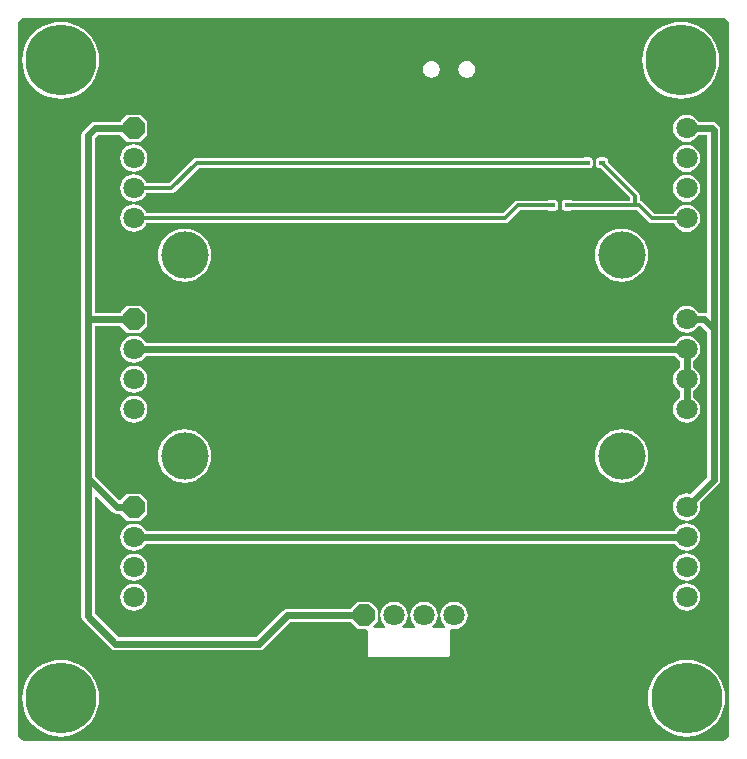
<source format=gbl>
G04 Layer_Physical_Order=2*
G04 Layer_Color=16711680*
%FSLAX44Y44*%
%MOMM*%
G71*
G01*
G75*
%ADD14C,0.6000*%
%ADD16P,1.9483X8X292.5*%
%ADD17C,1.8000*%
%ADD18P,1.9483X8X22.5*%
%ADD19C,4.0000*%
%ADD20C,6.0000*%
%ADD21R,0.5000X0.4000*%
%ADD22C,0.3000*%
G36*
X602381Y625749D02*
X604400Y624400D01*
X605749Y622381D01*
X606189Y620167D01*
X606156Y620000D01*
Y20000D01*
X606189Y19833D01*
X605749Y17619D01*
X604400Y15600D01*
X602381Y14251D01*
X601209Y14018D01*
X600000Y13844D01*
X600000Y13844D01*
X598756Y13844D01*
X10000D01*
X9833Y13811D01*
X7619Y14251D01*
X5600Y15600D01*
X4251Y17619D01*
X4016Y18801D01*
X3844Y20000D01*
X3844D01*
Y620000D01*
X3811Y620167D01*
X4251Y622381D01*
X5600Y624400D01*
X7619Y625749D01*
X9833Y626189D01*
X10000Y626156D01*
X600000D01*
X600167Y626189D01*
X602381Y625749D01*
D02*
G37*
%LPC*%
G36*
X102000Y306249D02*
X98998Y305854D01*
X96200Y304695D01*
X93798Y302852D01*
X91955Y300450D01*
X90796Y297652D01*
X90401Y294650D01*
X90796Y291648D01*
X91955Y288850D01*
X93798Y286448D01*
X96200Y284605D01*
X98998Y283446D01*
X102000Y283051D01*
X105002Y283446D01*
X107800Y284605D01*
X110202Y286448D01*
X112045Y288850D01*
X113204Y291648D01*
X113599Y294650D01*
X113204Y297652D01*
X112045Y300450D01*
X110202Y302852D01*
X107800Y304695D01*
X105002Y305854D01*
X102000Y306249D01*
D02*
G37*
G36*
X515000Y277609D02*
X510589Y277174D01*
X506348Y275888D01*
X502439Y273799D01*
X499013Y270987D01*
X496201Y267561D01*
X494112Y263652D01*
X492826Y259411D01*
X492391Y255000D01*
X492826Y250589D01*
X494112Y246348D01*
X496201Y242439D01*
X499013Y239013D01*
X502439Y236201D01*
X506348Y234112D01*
X510589Y232826D01*
X515000Y232391D01*
X519411Y232826D01*
X523652Y234112D01*
X527561Y236201D01*
X530987Y239013D01*
X533799Y242439D01*
X535888Y246348D01*
X537174Y250589D01*
X537609Y255000D01*
X537174Y259411D01*
X535888Y263652D01*
X533799Y267561D01*
X530987Y270987D01*
X527561Y273799D01*
X523652Y275888D01*
X519411Y277174D01*
X515000Y277609D01*
D02*
G37*
G36*
X145000D02*
X140589Y277174D01*
X136348Y275888D01*
X132439Y273799D01*
X129013Y270987D01*
X126201Y267561D01*
X124112Y263652D01*
X122826Y259411D01*
X122391Y255000D01*
X122826Y250589D01*
X124112Y246348D01*
X126201Y242439D01*
X129013Y239013D01*
X132439Y236201D01*
X136348Y234112D01*
X140589Y232826D01*
X145000Y232391D01*
X149411Y232826D01*
X153652Y234112D01*
X157561Y236201D01*
X160987Y239013D01*
X163799Y242439D01*
X165888Y246348D01*
X167174Y250589D01*
X167609Y255000D01*
X167174Y259411D01*
X165888Y263652D01*
X163799Y267561D01*
X160987Y270987D01*
X157561Y273799D01*
X153652Y275888D01*
X149411Y277174D01*
X145000Y277609D01*
D02*
G37*
G36*
X570000Y544049D02*
X566998Y543654D01*
X564200Y542495D01*
X561798Y540652D01*
X559955Y538250D01*
X558796Y535452D01*
X558401Y532450D01*
X558796Y529448D01*
X559955Y526650D01*
X561798Y524248D01*
X564200Y522405D01*
X566998Y521246D01*
X570000Y520851D01*
X573002Y521246D01*
X575800Y522405D01*
X578202Y524248D01*
X580045Y526650D01*
X580125Y526842D01*
X587392D01*
Y377211D01*
X586122Y376215D01*
X584900Y376458D01*
X580125D01*
X580045Y376650D01*
X578202Y379052D01*
X575800Y380895D01*
X573002Y382054D01*
X570000Y382449D01*
X566998Y382054D01*
X564200Y380895D01*
X561798Y379052D01*
X559955Y376650D01*
X558796Y373852D01*
X558401Y370850D01*
X558796Y367848D01*
X559955Y365050D01*
X561798Y362648D01*
X564200Y360805D01*
X566998Y359646D01*
X570000Y359251D01*
X573002Y359646D01*
X575800Y360805D01*
X578202Y362648D01*
X580045Y365050D01*
X580125Y365242D01*
X582577D01*
X587392Y360427D01*
Y237223D01*
X573194Y223025D01*
X573002Y223104D01*
X570000Y223499D01*
X566998Y223104D01*
X564200Y221945D01*
X561798Y220102D01*
X559955Y217700D01*
X558796Y214902D01*
X558401Y211900D01*
X558796Y208898D01*
X559955Y206100D01*
X561798Y203698D01*
X564200Y201855D01*
X566998Y200696D01*
X570000Y200301D01*
X573002Y200696D01*
X575800Y201855D01*
X578202Y203698D01*
X580045Y206100D01*
X581204Y208898D01*
X581599Y211900D01*
X581204Y214902D01*
X581124Y215094D01*
X596965Y230935D01*
X598181Y232754D01*
X598608Y234900D01*
Y362750D01*
Y531250D01*
X598181Y533396D01*
X596965Y535215D01*
X595765Y536415D01*
X593946Y537631D01*
X591800Y538058D01*
X580125D01*
X580045Y538250D01*
X578202Y540652D01*
X575800Y542495D01*
X573002Y543654D01*
X570000Y544049D01*
D02*
G37*
G36*
Y357049D02*
X566998Y356654D01*
X564200Y355495D01*
X561798Y353652D01*
X559955Y351250D01*
X559875Y351058D01*
X112125D01*
X112045Y351250D01*
X110202Y353652D01*
X107800Y355495D01*
X105002Y356654D01*
X102000Y357049D01*
X98998Y356654D01*
X96200Y355495D01*
X93798Y353652D01*
X91955Y351250D01*
X90796Y348452D01*
X90401Y345450D01*
X90796Y342448D01*
X91955Y339650D01*
X93798Y337248D01*
X96200Y335405D01*
X98998Y334246D01*
X102000Y333851D01*
X105002Y334246D01*
X107800Y335405D01*
X110202Y337248D01*
X112045Y339650D01*
X112125Y339842D01*
X559875D01*
X559955Y339650D01*
X561798Y337248D01*
X564200Y335405D01*
X564392Y335325D01*
Y330175D01*
X564200Y330095D01*
X561798Y328252D01*
X559955Y325850D01*
X558796Y323052D01*
X558401Y320050D01*
X558796Y317048D01*
X559955Y314250D01*
X561798Y311848D01*
X564200Y310005D01*
X564392Y309925D01*
Y304775D01*
X564200Y304695D01*
X561798Y302852D01*
X559955Y300450D01*
X558796Y297652D01*
X558401Y294650D01*
X558796Y291648D01*
X559955Y288850D01*
X561798Y286448D01*
X564200Y284605D01*
X566998Y283446D01*
X570000Y283051D01*
X573002Y283446D01*
X575800Y284605D01*
X578202Y286448D01*
X580045Y288850D01*
X581204Y291648D01*
X581599Y294650D01*
X581204Y297652D01*
X580045Y300450D01*
X578202Y302852D01*
X575800Y304695D01*
X575608Y304775D01*
Y309925D01*
X575800Y310005D01*
X578202Y311848D01*
X580045Y314250D01*
X581204Y317048D01*
X581599Y320050D01*
X581204Y323052D01*
X580045Y325850D01*
X578202Y328252D01*
X575800Y330095D01*
X575608Y330175D01*
Y335325D01*
X575800Y335405D01*
X578202Y337248D01*
X580045Y339650D01*
X581204Y342448D01*
X581599Y345450D01*
X581204Y348452D01*
X580045Y351250D01*
X578202Y353652D01*
X575800Y355495D01*
X573002Y356654D01*
X570000Y357049D01*
D02*
G37*
G36*
X102000Y331649D02*
X98998Y331254D01*
X96200Y330095D01*
X93798Y328252D01*
X91955Y325850D01*
X90796Y323052D01*
X90401Y320050D01*
X90796Y317048D01*
X91955Y314250D01*
X93798Y311848D01*
X96200Y310005D01*
X98998Y308846D01*
X102000Y308451D01*
X105002Y308846D01*
X107800Y310005D01*
X110202Y311848D01*
X112045Y314250D01*
X113204Y317048D01*
X113599Y320050D01*
X113204Y323052D01*
X112045Y325850D01*
X110202Y328252D01*
X107800Y330095D01*
X105002Y331254D01*
X102000Y331649D01*
D02*
G37*
G36*
X570000Y198099D02*
X566998Y197704D01*
X564200Y196545D01*
X561798Y194702D01*
X559955Y192300D01*
X559772Y191858D01*
X112125D01*
X112045Y192050D01*
X110202Y194452D01*
X107800Y196295D01*
X105002Y197454D01*
X102000Y197849D01*
X98998Y197454D01*
X96200Y196295D01*
X93798Y194452D01*
X91955Y192050D01*
X90796Y189252D01*
X90401Y186250D01*
X90796Y183248D01*
X91955Y180450D01*
X93798Y178048D01*
X96200Y176205D01*
X98998Y175046D01*
X102000Y174651D01*
X105002Y175046D01*
X107800Y176205D01*
X110202Y178048D01*
X112045Y180450D01*
X112125Y180642D01*
X559999D01*
X561798Y178298D01*
X564200Y176455D01*
X566998Y175296D01*
X570000Y174901D01*
X573002Y175296D01*
X575800Y176455D01*
X578202Y178298D01*
X580045Y180700D01*
X581204Y183498D01*
X581599Y186500D01*
X581204Y189502D01*
X580045Y192300D01*
X578202Y194702D01*
X575800Y196545D01*
X573002Y197704D01*
X570000Y198099D01*
D02*
G37*
G36*
X102000Y147049D02*
X98998Y146654D01*
X96200Y145495D01*
X93798Y143652D01*
X91955Y141250D01*
X90796Y138452D01*
X90401Y135450D01*
X90796Y132448D01*
X91955Y129650D01*
X93798Y127248D01*
X96200Y125405D01*
X98998Y124246D01*
X102000Y123851D01*
X105002Y124246D01*
X107800Y125405D01*
X110202Y127248D01*
X112045Y129650D01*
X113204Y132448D01*
X113599Y135450D01*
X113204Y138452D01*
X112045Y141250D01*
X110202Y143652D01*
X107800Y145495D01*
X105002Y146654D01*
X102000Y147049D01*
D02*
G37*
G36*
X570000Y82600D02*
X564900Y82199D01*
X559926Y81005D01*
X555200Y79047D01*
X550838Y76374D01*
X546948Y73052D01*
X543626Y69162D01*
X540953Y64800D01*
X538995Y60074D01*
X537801Y55100D01*
X537399Y50000D01*
X537801Y44900D01*
X538995Y39926D01*
X540953Y35200D01*
X543626Y30838D01*
X546948Y26948D01*
X550838Y23626D01*
X555200Y20953D01*
X559926Y18995D01*
X564900Y17801D01*
X570000Y17399D01*
X575100Y17801D01*
X580074Y18995D01*
X584800Y20953D01*
X589162Y23626D01*
X593052Y26948D01*
X596374Y30838D01*
X599047Y35200D01*
X601005Y39926D01*
X602199Y44900D01*
X602601Y50000D01*
X602199Y55100D01*
X601005Y60074D01*
X599047Y64800D01*
X596374Y69162D01*
X593052Y73052D01*
X589162Y76374D01*
X584800Y79047D01*
X580074Y81005D01*
X575100Y82199D01*
X570000Y82600D01*
D02*
G37*
G36*
X40000D02*
X34900Y82199D01*
X29926Y81005D01*
X25200Y79047D01*
X20838Y76374D01*
X16948Y73052D01*
X13626Y69162D01*
X10953Y64800D01*
X8995Y60074D01*
X7801Y55100D01*
X7400Y50000D01*
X7801Y44900D01*
X8995Y39926D01*
X10953Y35200D01*
X13626Y30838D01*
X16948Y26948D01*
X20838Y23626D01*
X25200Y20953D01*
X29926Y18995D01*
X34900Y17801D01*
X40000Y17399D01*
X45100Y17801D01*
X50074Y18995D01*
X54800Y20953D01*
X59162Y23626D01*
X63052Y26948D01*
X66374Y30838D01*
X69047Y35200D01*
X71005Y39926D01*
X72199Y44900D01*
X72600Y50000D01*
X72199Y55100D01*
X71005Y60074D01*
X69047Y64800D01*
X66374Y69162D01*
X63052Y73052D01*
X59162Y76374D01*
X54800Y79047D01*
X50074Y81005D01*
X45100Y82199D01*
X40000Y82600D01*
D02*
G37*
G36*
X570000Y172699D02*
X566998Y172304D01*
X564200Y171145D01*
X561798Y169302D01*
X559955Y166900D01*
X558796Y164102D01*
X558401Y161100D01*
X558796Y158098D01*
X559955Y155300D01*
X561798Y152898D01*
X564200Y151055D01*
X566998Y149896D01*
X570000Y149501D01*
X573002Y149896D01*
X575800Y151055D01*
X578202Y152898D01*
X580045Y155300D01*
X581204Y158098D01*
X581599Y161100D01*
X581204Y164102D01*
X580045Y166900D01*
X578202Y169302D01*
X575800Y171145D01*
X573002Y172304D01*
X570000Y172699D01*
D02*
G37*
G36*
X102000Y172449D02*
X98998Y172054D01*
X96200Y170895D01*
X93798Y169052D01*
X91955Y166650D01*
X90796Y163852D01*
X90401Y160850D01*
X90796Y157848D01*
X91955Y155050D01*
X93798Y152648D01*
X96200Y150805D01*
X98998Y149646D01*
X102000Y149251D01*
X105002Y149646D01*
X107800Y150805D01*
X110202Y152648D01*
X112045Y155050D01*
X113204Y157848D01*
X113599Y160850D01*
X113204Y163852D01*
X112045Y166650D01*
X110202Y169052D01*
X107800Y170895D01*
X105002Y172054D01*
X102000Y172449D01*
D02*
G37*
G36*
X570000Y147299D02*
X566998Y146904D01*
X564200Y145745D01*
X561798Y143902D01*
X559955Y141500D01*
X558796Y138702D01*
X558401Y135700D01*
X558796Y132698D01*
X559955Y129900D01*
X561798Y127498D01*
X564200Y125655D01*
X566998Y124496D01*
X570000Y124101D01*
X573002Y124496D01*
X575800Y125655D01*
X578202Y127498D01*
X580045Y129900D01*
X581204Y132698D01*
X581599Y135700D01*
X581204Y138702D01*
X580045Y141500D01*
X578202Y143902D01*
X575800Y145745D01*
X573002Y146904D01*
X570000Y147299D01*
D02*
G37*
G36*
X40000Y622601D02*
X34900Y622199D01*
X29926Y621005D01*
X25200Y619047D01*
X20838Y616374D01*
X16948Y613052D01*
X13626Y609162D01*
X10953Y604800D01*
X8995Y600074D01*
X7801Y595100D01*
X7400Y590000D01*
X7801Y584900D01*
X8995Y579926D01*
X10953Y575200D01*
X13626Y570838D01*
X16948Y566948D01*
X20838Y563626D01*
X25200Y560953D01*
X29926Y558995D01*
X34900Y557801D01*
X40000Y557399D01*
X45100Y557801D01*
X50074Y558995D01*
X54800Y560953D01*
X59162Y563626D01*
X63052Y566948D01*
X66374Y570838D01*
X69047Y575200D01*
X71005Y579926D01*
X72199Y584900D01*
X72600Y590000D01*
X72199Y595100D01*
X71005Y600074D01*
X69047Y604800D01*
X66374Y609162D01*
X63052Y613052D01*
X59162Y616374D01*
X54800Y619047D01*
X50074Y621005D01*
X45100Y622199D01*
X40000Y622601D01*
D02*
G37*
G36*
X106500Y544149D02*
X97500D01*
X96525Y543955D01*
X95698Y543402D01*
X91198Y538902D01*
X90733Y538208D01*
X69350D01*
X67204Y537781D01*
X65385Y536565D01*
X59285Y530465D01*
X58069Y528646D01*
X57642Y526500D01*
Y371750D01*
Y236000D01*
Y119500D01*
X58069Y117354D01*
X59285Y115535D01*
X82535Y92285D01*
X84354Y91069D01*
X86500Y90642D01*
X208150D01*
X210296Y91069D01*
X212115Y92285D01*
X234223Y114392D01*
X285634D01*
X286098Y113698D01*
X290598Y109198D01*
X291425Y108645D01*
X292400Y108451D01*
X298918D01*
X299951Y107200D01*
Y87200D01*
X300145Y86225D01*
X300698Y85398D01*
X301525Y84845D01*
X302500Y84651D01*
X367500D01*
X368475Y84845D01*
X369302Y85398D01*
X369855Y86225D01*
X370049Y87200D01*
Y107200D01*
X369983Y107530D01*
X370904Y108662D01*
X370950Y108684D01*
X373100Y108401D01*
X376102Y108796D01*
X378900Y109955D01*
X381302Y111798D01*
X383145Y114200D01*
X384304Y116998D01*
X384699Y120000D01*
X384304Y123002D01*
X383145Y125800D01*
X381302Y128202D01*
X378900Y130045D01*
X376102Y131204D01*
X373100Y131599D01*
X370098Y131204D01*
X367300Y130045D01*
X364898Y128202D01*
X363055Y125800D01*
X361896Y123002D01*
X361501Y120000D01*
X361896Y116998D01*
X363055Y114200D01*
X364898Y111798D01*
X365914Y111019D01*
X365482Y109749D01*
X355318D01*
X354887Y111019D01*
X355902Y111798D01*
X357745Y114200D01*
X358904Y116998D01*
X359299Y120000D01*
X358904Y123002D01*
X357745Y125800D01*
X355902Y128202D01*
X353500Y130045D01*
X350702Y131204D01*
X347700Y131599D01*
X344698Y131204D01*
X341900Y130045D01*
X339498Y128202D01*
X337655Y125800D01*
X336496Y123002D01*
X336101Y120000D01*
X336496Y116998D01*
X337655Y114200D01*
X339498Y111798D01*
X340513Y111019D01*
X340082Y109749D01*
X329918D01*
X329487Y111019D01*
X330502Y111798D01*
X332345Y114200D01*
X333504Y116998D01*
X333899Y120000D01*
X333504Y123002D01*
X332345Y125800D01*
X330502Y128202D01*
X328100Y130045D01*
X325302Y131204D01*
X322300Y131599D01*
X319298Y131204D01*
X316500Y130045D01*
X314098Y128202D01*
X312255Y125800D01*
X311096Y123002D01*
X310701Y120000D01*
X311096Y116998D01*
X312255Y114200D01*
X314098Y111798D01*
X315114Y111019D01*
X314682Y109749D01*
X305413D01*
X304927Y110922D01*
X307702Y113698D01*
X308255Y114525D01*
X308449Y115500D01*
Y124500D01*
X308255Y125476D01*
X307702Y126302D01*
X303202Y130802D01*
X302375Y131355D01*
X301400Y131549D01*
X292400D01*
X291425Y131355D01*
X290598Y130802D01*
X286098Y126302D01*
X285634Y125608D01*
X231900D01*
X229754Y125181D01*
X227935Y123965D01*
X205827Y101858D01*
X88823D01*
X68858Y121823D01*
Y220802D01*
X70031Y221288D01*
X83635Y207685D01*
X85454Y206469D01*
X87600Y206042D01*
X90733D01*
X91198Y205348D01*
X95698Y200848D01*
X96524Y200295D01*
X97500Y200101D01*
X106500D01*
X107476Y200295D01*
X108302Y200848D01*
X112802Y205348D01*
X113355Y206175D01*
X113549Y207150D01*
Y216150D01*
X113355Y217125D01*
X112802Y217952D01*
X108302Y222452D01*
X107476Y223005D01*
X106500Y223199D01*
X97500D01*
X96524Y223005D01*
X95698Y222452D01*
X91198Y217952D01*
X91017Y217682D01*
X89601Y217579D01*
X68858Y238323D01*
Y365242D01*
X90733D01*
X91198Y364548D01*
X95698Y360048D01*
X96524Y359495D01*
X97500Y359301D01*
X106500D01*
X107476Y359495D01*
X108302Y360048D01*
X112802Y364548D01*
X113355Y365375D01*
X113549Y366350D01*
Y375350D01*
X113355Y376325D01*
X112802Y377152D01*
X108302Y381652D01*
X107476Y382205D01*
X106500Y382399D01*
X97500D01*
X96524Y382205D01*
X95698Y381652D01*
X91198Y377152D01*
X90733Y376458D01*
X68858D01*
Y524177D01*
X71673Y526992D01*
X90733D01*
X91198Y526298D01*
X95698Y521798D01*
X96525Y521245D01*
X97500Y521051D01*
X106500D01*
X107476Y521245D01*
X108302Y521798D01*
X112802Y526298D01*
X113355Y527124D01*
X113549Y528100D01*
Y537100D01*
X113355Y538075D01*
X112802Y538902D01*
X108302Y543402D01*
X107476Y543955D01*
X107314Y543987D01*
X106500Y544149D01*
D02*
G37*
G36*
X488000Y507799D02*
X483000D01*
X482025Y507605D01*
X481611Y507328D01*
X155250D01*
X153689Y507018D01*
X152366Y506134D01*
X152366Y506134D01*
X132111Y485878D01*
X112758D01*
X112045Y487600D01*
X110202Y490002D01*
X107800Y491845D01*
X105002Y493004D01*
X102000Y493399D01*
X98998Y493004D01*
X96200Y491845D01*
X93798Y490002D01*
X91955Y487600D01*
X90796Y484802D01*
X90401Y481800D01*
X90796Y478798D01*
X91955Y476000D01*
X93798Y473598D01*
X96200Y471755D01*
X98998Y470596D01*
X102000Y470201D01*
X105002Y470596D01*
X107800Y471755D01*
X110202Y473598D01*
X112045Y476000D01*
X112758Y477722D01*
X133800D01*
X133800Y477722D01*
X135361Y478032D01*
X136684Y478916D01*
X156939Y499172D01*
X481611D01*
X482025Y498895D01*
X483000Y498701D01*
X488000D01*
X488975Y498895D01*
X489802Y499448D01*
X490355Y500275D01*
X490549Y501250D01*
Y505250D01*
X490355Y506225D01*
X489802Y507052D01*
X488975Y507605D01*
X488000Y507799D01*
D02*
G37*
G36*
X384010Y589637D02*
X383764Y589588D01*
X383513D01*
X381757Y589239D01*
X380838Y588858D01*
X379350Y587864D01*
X378646Y587160D01*
X377652Y585672D01*
X377271Y584753D01*
X376922Y582997D01*
Y582003D01*
X377271Y580247D01*
X377652Y579328D01*
X378646Y577840D01*
X379350Y577136D01*
X380838Y576142D01*
X381757Y575761D01*
X383513Y575412D01*
X383764D01*
X384010Y575363D01*
X384256Y575412D01*
X384507D01*
X386263Y575761D01*
X387182Y576142D01*
X388670Y577136D01*
X389374Y577840D01*
X390368Y579328D01*
X390749Y580247D01*
X391098Y582003D01*
Y582997D01*
X390749Y584753D01*
X390368Y585672D01*
X389374Y587160D01*
X388671Y587864D01*
X387182Y588858D01*
X386263Y589239D01*
X384507Y589588D01*
X384256D01*
X384010Y589637D01*
D02*
G37*
G36*
X354010D02*
X353764Y589588D01*
X353513D01*
X351757Y589239D01*
X350838Y588858D01*
X349350Y587864D01*
X348646Y587160D01*
X347652Y585672D01*
X347271Y584753D01*
X346922Y582997D01*
Y582003D01*
X347271Y580247D01*
X347652Y579328D01*
X348646Y577840D01*
X349350Y577136D01*
X350838Y576142D01*
X351757Y575761D01*
X353513Y575412D01*
X353764D01*
X354010Y575363D01*
X354256Y575412D01*
X354507D01*
X356263Y575761D01*
X357182Y576142D01*
X358671Y577136D01*
X359374Y577840D01*
X360368Y579328D01*
X360749Y580247D01*
X361098Y582003D01*
Y582997D01*
X360749Y584753D01*
X360368Y585672D01*
X359374Y587160D01*
X358671Y587864D01*
X357182Y588858D01*
X356263Y589239D01*
X354507Y589588D01*
X354256D01*
X354010Y589637D01*
D02*
G37*
G36*
X565000Y622601D02*
X559900Y622199D01*
X554926Y621005D01*
X550200Y619047D01*
X545838Y616374D01*
X541948Y613052D01*
X538626Y609162D01*
X535953Y604800D01*
X533995Y600074D01*
X532801Y595100D01*
X532399Y590000D01*
X532801Y584900D01*
X533995Y579926D01*
X535953Y575200D01*
X538626Y570838D01*
X541948Y566948D01*
X545838Y563626D01*
X550200Y560953D01*
X554926Y558995D01*
X559900Y557801D01*
X565000Y557399D01*
X570100Y557801D01*
X575074Y558995D01*
X579800Y560953D01*
X584162Y563626D01*
X588052Y566948D01*
X591374Y570838D01*
X594047Y575200D01*
X596005Y579926D01*
X597199Y584900D01*
X597601Y590000D01*
X597199Y595100D01*
X596005Y600074D01*
X594047Y604800D01*
X591374Y609162D01*
X588052Y613052D01*
X584162Y616374D01*
X579800Y619047D01*
X575074Y621005D01*
X570100Y622199D01*
X565000Y622601D01*
D02*
G37*
G36*
X102000Y518799D02*
X98998Y518404D01*
X96200Y517245D01*
X93798Y515402D01*
X91955Y513000D01*
X90796Y510202D01*
X90401Y507200D01*
X90796Y504198D01*
X91955Y501400D01*
X93798Y498998D01*
X96200Y497155D01*
X98998Y495996D01*
X102000Y495601D01*
X105002Y495996D01*
X107800Y497155D01*
X110202Y498998D01*
X112045Y501400D01*
X113204Y504198D01*
X113599Y507200D01*
X113204Y510202D01*
X112045Y513000D01*
X110202Y515402D01*
X107800Y517245D01*
X105002Y518404D01*
X102000Y518799D01*
D02*
G37*
G36*
X570000Y493249D02*
X566998Y492854D01*
X564200Y491695D01*
X561798Y489852D01*
X559955Y487450D01*
X558796Y484652D01*
X558401Y481650D01*
X558796Y478648D01*
X559955Y475850D01*
X561798Y473448D01*
X564200Y471605D01*
X566998Y470446D01*
X570000Y470051D01*
X573002Y470446D01*
X575800Y471605D01*
X578202Y473448D01*
X580045Y475850D01*
X581204Y478648D01*
X581599Y481650D01*
X581204Y484652D01*
X580045Y487450D01*
X578202Y489852D01*
X575800Y491695D01*
X573002Y492854D01*
X570000Y493249D01*
D02*
G37*
G36*
X515000Y447609D02*
X510589Y447174D01*
X506348Y445888D01*
X502439Y443799D01*
X499013Y440987D01*
X496201Y437561D01*
X494112Y433652D01*
X492826Y429411D01*
X492391Y425000D01*
X492826Y420589D01*
X494112Y416348D01*
X496201Y412439D01*
X499013Y409013D01*
X502439Y406201D01*
X506348Y404112D01*
X510589Y402826D01*
X515000Y402391D01*
X519411Y402826D01*
X523652Y404112D01*
X527561Y406201D01*
X530987Y409013D01*
X533799Y412439D01*
X535888Y416348D01*
X537174Y420589D01*
X537609Y425000D01*
X537174Y429411D01*
X535888Y433652D01*
X533799Y437561D01*
X530987Y440987D01*
X527561Y443799D01*
X523652Y445888D01*
X519411Y447174D01*
X515000Y447609D01*
D02*
G37*
G36*
X145000D02*
X140589Y447174D01*
X136348Y445888D01*
X132439Y443799D01*
X129013Y440987D01*
X126201Y437561D01*
X124112Y433652D01*
X122826Y429411D01*
X122391Y425000D01*
X122826Y420589D01*
X124112Y416348D01*
X126201Y412439D01*
X129013Y409013D01*
X132439Y406201D01*
X136348Y404112D01*
X140589Y402826D01*
X145000Y402391D01*
X149411Y402826D01*
X153652Y404112D01*
X157561Y406201D01*
X160987Y409013D01*
X163799Y412439D01*
X165888Y416348D01*
X167174Y420589D01*
X167609Y425000D01*
X167174Y429411D01*
X165888Y433652D01*
X163799Y437561D01*
X160987Y440987D01*
X157561Y443799D01*
X153652Y445888D01*
X149411Y447174D01*
X145000Y447609D01*
D02*
G37*
G36*
X570000Y518649D02*
X566998Y518254D01*
X564200Y517095D01*
X561798Y515252D01*
X559955Y512850D01*
X558796Y510052D01*
X558401Y507050D01*
X558796Y504048D01*
X559955Y501250D01*
X561798Y498848D01*
X564200Y497005D01*
X566998Y495846D01*
X570000Y495451D01*
X573002Y495846D01*
X575800Y497005D01*
X578202Y498848D01*
X580045Y501250D01*
X581204Y504048D01*
X581599Y507050D01*
X581204Y510052D01*
X580045Y512850D01*
X578202Y515252D01*
X575800Y517095D01*
X573002Y518254D01*
X570000Y518649D01*
D02*
G37*
G36*
X501000Y507799D02*
X496000D01*
X495025Y507605D01*
X494198Y507052D01*
X493645Y506225D01*
X493451Y505250D01*
Y501250D01*
X493645Y500275D01*
X494198Y499448D01*
X495025Y498895D01*
X496000Y498701D01*
X497281D01*
X522172Y473811D01*
Y471328D01*
X473139D01*
X472725Y471605D01*
X471750Y471799D01*
X466750D01*
X465775Y471605D01*
X464948Y471052D01*
X464395Y470225D01*
X464201Y469250D01*
Y465250D01*
X464395Y464275D01*
X464948Y463448D01*
X465775Y462895D01*
X466750Y462701D01*
X471750D01*
X472725Y462895D01*
X473139Y463172D01*
X528311D01*
X538116Y453366D01*
X539439Y452482D01*
X541000Y452172D01*
X541000Y452172D01*
X559242D01*
X559955Y450450D01*
X561798Y448048D01*
X564200Y446205D01*
X566998Y445046D01*
X570000Y444651D01*
X573002Y445046D01*
X575800Y446205D01*
X578202Y448048D01*
X580045Y450450D01*
X581204Y453248D01*
X581599Y456250D01*
X581204Y459252D01*
X580045Y462050D01*
X578202Y464452D01*
X575800Y466295D01*
X573002Y467454D01*
X570000Y467849D01*
X566998Y467454D01*
X564200Y466295D01*
X561798Y464452D01*
X559955Y462050D01*
X559242Y460328D01*
X542689D01*
X532884Y470134D01*
X531561Y471018D01*
X530328Y471263D01*
Y475500D01*
X530328Y475500D01*
X530018Y477061D01*
X529134Y478384D01*
X529134Y478384D01*
X503549Y503969D01*
Y505250D01*
X503355Y506225D01*
X502802Y507052D01*
X501975Y507605D01*
X501000Y507799D01*
D02*
G37*
G36*
X458750Y471799D02*
X453750D01*
X452775Y471605D01*
X452361Y471328D01*
X427000D01*
X427000Y471328D01*
X425439Y471018D01*
X424116Y470134D01*
X424116Y470134D01*
X414461Y460478D01*
X112758D01*
X112045Y462200D01*
X110202Y464602D01*
X107800Y466445D01*
X105002Y467604D01*
X102000Y467999D01*
X98998Y467604D01*
X96200Y466445D01*
X93798Y464602D01*
X91955Y462200D01*
X90796Y459402D01*
X90401Y456400D01*
X90796Y453398D01*
X91955Y450600D01*
X93798Y448198D01*
X96200Y446355D01*
X98998Y445196D01*
X102000Y444801D01*
X105002Y445196D01*
X107800Y446355D01*
X110202Y448198D01*
X112045Y450600D01*
X112758Y452322D01*
X416150D01*
X416150Y452322D01*
X417711Y452632D01*
X419034Y453516D01*
X428689Y463172D01*
X452361D01*
X452775Y462895D01*
X453750Y462701D01*
X458750D01*
X459725Y462895D01*
X460552Y463448D01*
X461105Y464275D01*
X461299Y465250D01*
Y469250D01*
X461105Y470225D01*
X460552Y471052D01*
X459725Y471605D01*
X458750Y471799D01*
D02*
G37*
%LPD*%
D14*
X102000Y186250D02*
X570000D01*
X87600Y211650D02*
X102000D01*
X63250Y236000D02*
X87600Y211650D01*
X63250Y526500D02*
X69350Y532600D01*
X102000D01*
X64150Y370850D02*
X102000D01*
X63250Y371750D02*
X64150Y370850D01*
X63250Y236000D02*
Y371750D01*
Y526500D01*
Y119500D02*
Y236000D01*
Y119500D02*
X86500Y96250D01*
X208150D01*
X231900Y120000D01*
X570000Y294650D02*
Y320050D01*
Y345450D01*
Y211900D02*
X593000Y234900D01*
Y362750D01*
X584900Y370850D02*
X593000Y362750D01*
X570000Y370850D02*
X584900D01*
X593000Y362750D02*
Y531250D01*
X591800Y532450D02*
X593000Y531250D01*
X570000Y532450D02*
X591800D01*
X102000Y345450D02*
X570000D01*
X231900Y120000D02*
X296900D01*
D16*
X102000Y370850D02*
D03*
X102000Y532600D02*
D03*
X102000Y211650D02*
D03*
D17*
Y345450D02*
D03*
Y320050D02*
D03*
Y294650D02*
D03*
X570000Y345450D02*
D03*
Y320050D02*
D03*
Y294650D02*
D03*
Y370850D02*
D03*
X102000Y507200D02*
D03*
Y481800D02*
D03*
Y456400D02*
D03*
X322300Y120000D02*
D03*
X347700D02*
D03*
X373100D02*
D03*
X570000Y507050D02*
D03*
Y481650D02*
D03*
Y456250D02*
D03*
Y532450D02*
D03*
X102000Y186250D02*
D03*
Y160850D02*
D03*
Y135450D02*
D03*
X570000Y211900D02*
D03*
Y135700D02*
D03*
Y161100D02*
D03*
Y186500D02*
D03*
D18*
X296900Y120000D02*
D03*
D19*
X515000Y255000D02*
D03*
Y425000D02*
D03*
X145000D02*
D03*
Y255000D02*
D03*
D20*
X570000Y50000D02*
D03*
X40000D02*
D03*
Y590000D02*
D03*
X565000D02*
D03*
D21*
X485500Y503250D02*
D03*
X498500D02*
D03*
X456250Y467250D02*
D03*
X469250D02*
D03*
D22*
X102000Y481800D02*
X133800D01*
X155250Y503250D01*
X485500D01*
X526250Y467250D02*
X530000D01*
X469250D02*
X526250D01*
Y475500D01*
X498500Y503250D02*
X526250Y475500D01*
X541000Y456250D02*
X570000D01*
X530000Y467250D02*
X541000Y456250D01*
X427000Y467250D02*
X456250D01*
X416150Y456400D02*
X427000Y467250D01*
X102000Y456400D02*
X416150D01*
M02*

</source>
